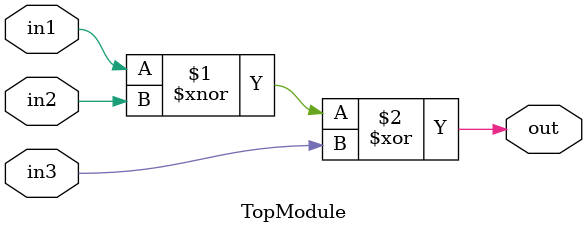
<source format=sv>
module TopModule (
    input logic in1,  // One-bit input
    input logic in2,  // One-bit input
    input logic in3,  // One-bit input
    output logic out  // One-bit output
);

    assign out = (in1 ~^ in2) ^ in3;

endmodule
</source>
